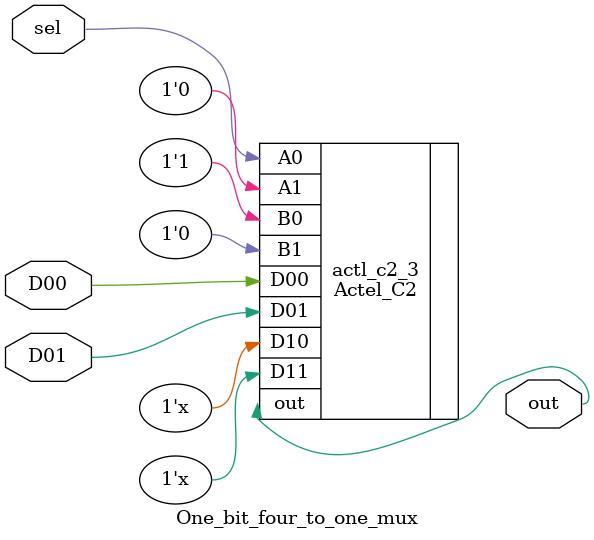
<source format=v>
module One_bit_four_to_one_mux (input D00, D01, sel, output out);

    Actel_C2 actl_c2_3(
        .out(out),
        .D00(D00),   .D01(D01), 
        .D10(1'bz),   .D11(1'bz), 
        .A1(1'b0), .B1(1'b0), 
        .A0(sel), .B0(1'b1)
    );

endmodule

</source>
